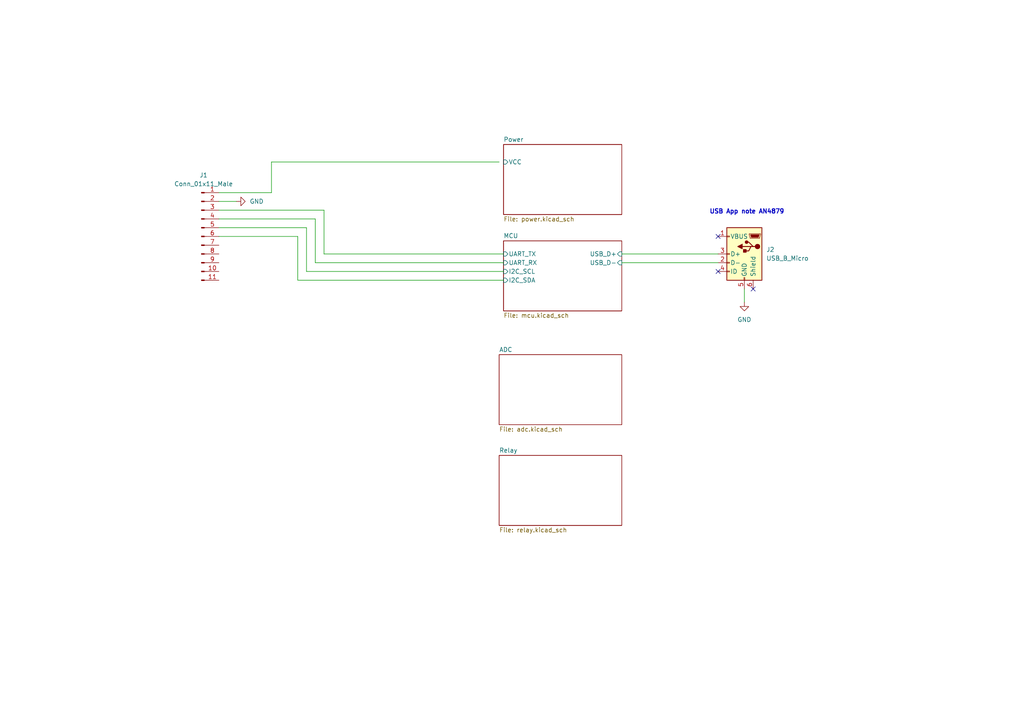
<source format=kicad_sch>
(kicad_sch (version 20211123) (generator eeschema)
  (paper "A4")
  (lib_symbols
    (symbol "Connector:Conn_01x11_Male" (pin_names (offset 1.016) hide)
      (property "Reference" "J" (at 0 15.24 0))
      (property "Value" "Conn_01x11_Male" (at 0 -15.24 0))
      (symbol "Conn_01x11_Male_1_1"
        (polyline (pts (xy 1.27 -12.7) (xy 0.8636 -12.7)) (stroke (width 0.1524)))
        (polyline (pts (xy 1.27 -10.16) (xy 0.8636 -10.16)) (stroke (width 0.1524)))
        (polyline (pts (xy 1.27 -7.62) (xy 0.8636 -7.62)) (stroke (width 0.1524)))
        (polyline (pts (xy 1.27 -5.08) (xy 0.8636 -5.08)) (stroke (width 0.1524)))
        (polyline (pts (xy 1.27 -2.54) (xy 0.8636 -2.54)) (stroke (width 0.1524)))
        (polyline (pts (xy 1.27 0) (xy 0.8636 0)) (stroke (width 0.1524)))
        (polyline (pts (xy 1.27 2.54) (xy 0.8636 2.54)) (stroke (width 0.1524)))
        (polyline (pts (xy 1.27 5.08) (xy 0.8636 5.08)) (stroke (width 0.1524)))
        (polyline (pts (xy 1.27 7.62) (xy 0.8636 7.62)) (stroke (width 0.1524)))
        (polyline (pts (xy 1.27 10.16) (xy 0.8636 10.16)) (stroke (width 0.1524)))
        (polyline (pts (xy 1.27 12.7) (xy 0.8636 12.7)) (stroke (width 0.1524)))
        (rectangle (start 0.8636 -12.573) (end 0 -12.827) (stroke (width 0.1524)) (fill (type outline)))
        (rectangle (start 0.8636 -10.033) (end 0 -10.287) (stroke (width 0.1524)) (fill (type outline)))
        (rectangle (start 0.8636 -7.493) (end 0 -7.747) (stroke (width 0.1524)) (fill (type outline)))
        (rectangle (start 0.8636 -4.953) (end 0 -5.207) (stroke (width 0.1524)) (fill (type outline)))
        (rectangle (start 0.8636 -2.413) (end 0 -2.667) (stroke (width 0.1524)) (fill (type outline)))
        (rectangle (start 0.8636 0.127) (end 0 -0.127) (stroke (width 0.1524)) (fill (type outline)))
        (rectangle (start 0.8636 2.667) (end 0 2.413) (stroke (width 0.1524)) (fill (type outline)))
        (rectangle (start 0.8636 5.207) (end 0 4.953) (stroke (width 0.1524)) (fill (type outline)))
        (rectangle (start 0.8636 7.747) (end 0 7.493) (stroke (width 0.1524)) (fill (type outline)))
        (rectangle (start 0.8636 10.287) (end 0 10.033) (stroke (width 0.1524)) (fill (type outline)))
        (rectangle (start 0.8636 12.827) (end 0 12.573) (stroke (width 0.1524)) (fill (type outline)))
        (pin passive line (at 5.08 12.7 180) (length 3.81) (name "Pin_1") (number "1"))
        (pin passive line (at 5.08 -10.16 180) (length 3.81) (name "Pin_10") (number "10"))
        (pin passive line (at 5.08 -12.7 180) (length 3.81) (name "Pin_11") (number "11"))
        (pin passive line (at 5.08 10.16 180) (length 3.81) (name "Pin_2") (number "2"))
        (pin passive line (at 5.08 7.62 180) (length 3.81) (name "Pin_3") (number "3"))
        (pin passive line (at 5.08 5.08 180) (length 3.81) (name "Pin_4") (number "4"))
        (pin passive line (at 5.08 2.54 180) (length 3.81) (name "Pin_5") (number "5"))
        (pin passive line (at 5.08 0 180) (length 3.81) (name "Pin_6") (number "6"))
        (pin passive line (at 5.08 -2.54 180) (length 3.81) (name "Pin_7") (number "7"))
        (pin passive line (at 5.08 -5.08 180) (length 3.81) (name "Pin_8") (number "8"))
        (pin passive line (at 5.08 -7.62 180) (length 3.81) (name "Pin_9") (number "9"))
      )
    )
    (symbol "Connector:USB_B_Micro" (pin_names (offset 1.016))
      (property "Reference" "J" (at -5.08 11.43 0))
      (property "Value" "USB_B_Micro" (at -5.08 8.89 0))
      (symbol "USB_B_Micro_0_1"
        (rectangle (start -5.08 -7.62) (end 5.08 7.62) (stroke (width 0.254)) (fill (type background)))
        (circle (center -3.81 2.159) (radius 0.635) (stroke (width 0.254)) (fill (type outline)))
        (circle (center -0.635 3.429) (radius 0.381) (stroke (width 0.254)) (fill (type outline)))
        (rectangle (start -0.127 -7.62) (end 0.127 -6.858))
        (polyline (pts (xy -1.905 2.159) (xy 0.635 2.159)) (stroke (width 0.254)))
        (polyline (pts (xy -3.175 2.159) (xy -2.54 2.159) (xy -1.27 3.429) (xy -0.635 3.429)) (stroke (width 0.254)))
        (polyline (pts (xy -2.54 2.159) (xy -1.905 2.159) (xy -1.27 0.889) (xy 0 0.889)) (stroke (width 0.254)))
        (polyline (pts (xy 0.635 2.794) (xy 0.635 1.524) (xy 1.905 2.159) (xy 0.635 2.794)) (stroke (width 0.254)) (fill (type outline)))
        (polyline (pts (xy -4.318 5.588) (xy -1.778 5.588) (xy -2.032 4.826) (xy -4.064 4.826) (xy -4.318 5.588)) (fill (type outline)))
        (polyline (pts (xy -4.699 5.842) (xy -4.699 5.588) (xy -4.445 4.826) (xy -4.445 4.572) (xy -1.651 4.572) (xy -1.651 4.826) (xy -1.397 5.588) (xy -1.397 5.842) (xy -4.699 5.842)))
        (rectangle (start 0.254 1.27) (end -0.508 0.508) (stroke (width 0.254)) (fill (type outline)))
        (rectangle (start 5.08 -5.207) (end 4.318 -4.953))
        (rectangle (start 5.08 -2.667) (end 4.318 -2.413))
        (rectangle (start 5.08 -0.127) (end 4.318 0.127))
        (rectangle (start 5.08 4.953) (end 4.318 5.207))
      )
      (symbol "USB_B_Micro_1_1"
        (pin power_out line (at 7.62 5.08 180) (length 2.54) (name "VBUS") (number "1"))
        (pin bidirectional line (at 7.62 -2.54 180) (length 2.54) (name "D-") (number "2"))
        (pin bidirectional line (at 7.62 0 180) (length 2.54) (name "D+") (number "3"))
        (pin passive line (at 7.62 -5.08 180) (length 2.54) (name "ID") (number "4"))
        (pin power_out line (at 0 -10.16 90) (length 2.54) (name "GND") (number "5"))
        (pin passive line (at -2.54 -10.16 90) (length 2.54) (name "Shield") (number "6"))
      )
    )
    (symbol "power:GND" (power) (pin_names (offset 0))
      (property "Value" "GND" (at 0 -3.81 0))
      (symbol "GND_0_1"
        (polyline (pts (xy 0 0) (xy 0 -1.27) (xy 1.27 -1.27) (xy 0 -2.54) (xy -1.27 -1.27) (xy 0 -1.27)))
      )
      (symbol "GND_1_1"
        (pin power_in line (at 0 0 270) (length 0) hide (name "GND") (number "1"))
      )
    )
  )
  (no_connect (at 208.28 78.74))
  (no_connect (at 208.28 68.58))
  (no_connect (at 218.44 83.82))
  (wire (pts (xy 63.5 63.5) (xy 91.44 63.5)))
  (wire (pts (xy 88.9 66.04) (xy 88.9 78.74)))
  (wire (pts (xy 63.5 58.42) (xy 68.58 58.42)))
  (wire (pts (xy 88.9 78.74) (xy 146.05 78.74)))
  (wire (pts (xy 78.74 55.88) (xy 63.5 55.88)))
  (wire (pts (xy 146.05 73.66) (xy 93.98 73.66)))
  (wire (pts (xy 93.98 60.96) (xy 63.5 60.96)))
  (wire (pts (xy 63.5 66.04) (xy 88.9 66.04)))
  (wire (pts (xy 63.5 68.58) (xy 86.36 68.58)))
  (wire (pts (xy 86.36 68.58) (xy 86.36 81.28)))
  (wire (pts (xy 86.36 81.28) (xy 146.05 81.28)))
  (wire (pts (xy 180.34 76.2) (xy 208.28 76.2)))
  (wire (pts (xy 91.44 76.2) (xy 146.05 76.2)))
  (wire (pts (xy 78.74 46.99) (xy 78.74 55.88)))
  (wire (pts (xy 93.98 73.66) (xy 93.98 60.96)))
  (wire (pts (xy 215.9 83.82) (xy 215.9 87.63)))
  (wire (pts (xy 91.44 63.5) (xy 91.44 76.2)))
  (wire (pts (xy 144.78 46.99) (xy 78.74 46.99)))
  (wire (pts (xy 180.34 73.66) (xy 208.28 73.66)))
  (text "USB App note AN4879" (at 205.74 62.23 0) (effects (font (size 1.27 1.27) bold) (justify left bottom)))
  (symbol (lib_id "power:GND") (at 215.9 87.63 0) (unit 1)
    (property "Reference" "#PWR02" (effects hide))
    (property "Value" "GND" (at 215.9 92.71 0))
  )
  (symbol (lib_id "Connector:USB_B_Micro") (at 215.9 73.66 0) (mirror y) (unit 1)
    (property "Reference" "J2" (at 222.25 72.3899 0) (effects (justify right)))
    (property "Value" "USB_B_Micro" (at 222.25 74.9299 0) (effects (justify right)))
    (property "Footprint" "Connector_USB:USB_Micro-B_Wuerth_629105150521" (effects hide))
  )
  (symbol (lib_id "power:GND") (at 68.58 58.42 90) (unit 1)
    (property "Reference" "#PWR01" (effects hide))
    (property "Value" "GND" (at 72.39 58.4199 90) (effects (justify right)))
  )
  (symbol (lib_id "Connector:Conn_01x11_Male") (at 58.42 68.58 0) (unit 1)
    (property "Reference" "J1" (at 59.055 50.8 0))
    (property "Value" "Conn_01x11_Male" (at 59.055 53.34 0))
    (property "Footprint" "Connector_Phoenix_MSTB:PhoenixContact_MSTBA_2,5_11-G-5,08_1x11_P5.08mm_Horizontal" (effects hide))
  )
  (sheet (at 146.05 69.85) (size 34.29 20.32) (stroke (width 0.1524))
    (property "Sheet name" "MCU" (at 146.05 69.1384 0) (effects (justify left bottom)))
    (property "Sheet file" "mcu.kicad_sch" (at 146.05 90.7546 0) (effects (justify left top)))
    (pin "USB_D-" input (at 180.34 76.2 0))
    (pin "USB_D+" input (at 180.34 73.66 0))
    (pin "UART_TX" input (at 146.05 73.66 180))
    (pin "UART_RX" input (at 146.05 76.2 180))
    (pin "I2C_SCL" input (at 146.05 78.74 180))
    (pin "I2C_SDA" input (at 146.05 81.28 180))
  )
  (sheet (at 144.78 102.87) (size 35.56 20.32) (stroke (width 0.1524))
    (property "Sheet name" "ADC" (at 144.78 102.1584 0) (effects (justify left bottom)))
    (property "Sheet file" "adc.kicad_sch" (at 144.78 123.7746 0) (effects (justify left top)))
  )
  (sheet (at 144.78 132.08) (size 35.56 20.32) (stroke (width 0.1524))
    (property "Sheet name" "Relay" (at 144.78 131.3684 0) (effects (justify left bottom)))
    (property "Sheet file" "relay.kicad_sch" (at 144.78 152.9846 0) (effects (justify left top)))
  )
  (sheet (at 146.05 41.91) (size 34.29 20.32) (stroke (width 0.1524))
    (property "Sheet name" "Power" (at 146.05 41.1984 0) (effects (justify left bottom)))
    (property "Sheet file" "power.kicad_sch" (at 146.05 62.8146 0) (effects (justify left top)))
    (pin "VCC" input (at 146.05 46.99 180))
  )
)
</source>
